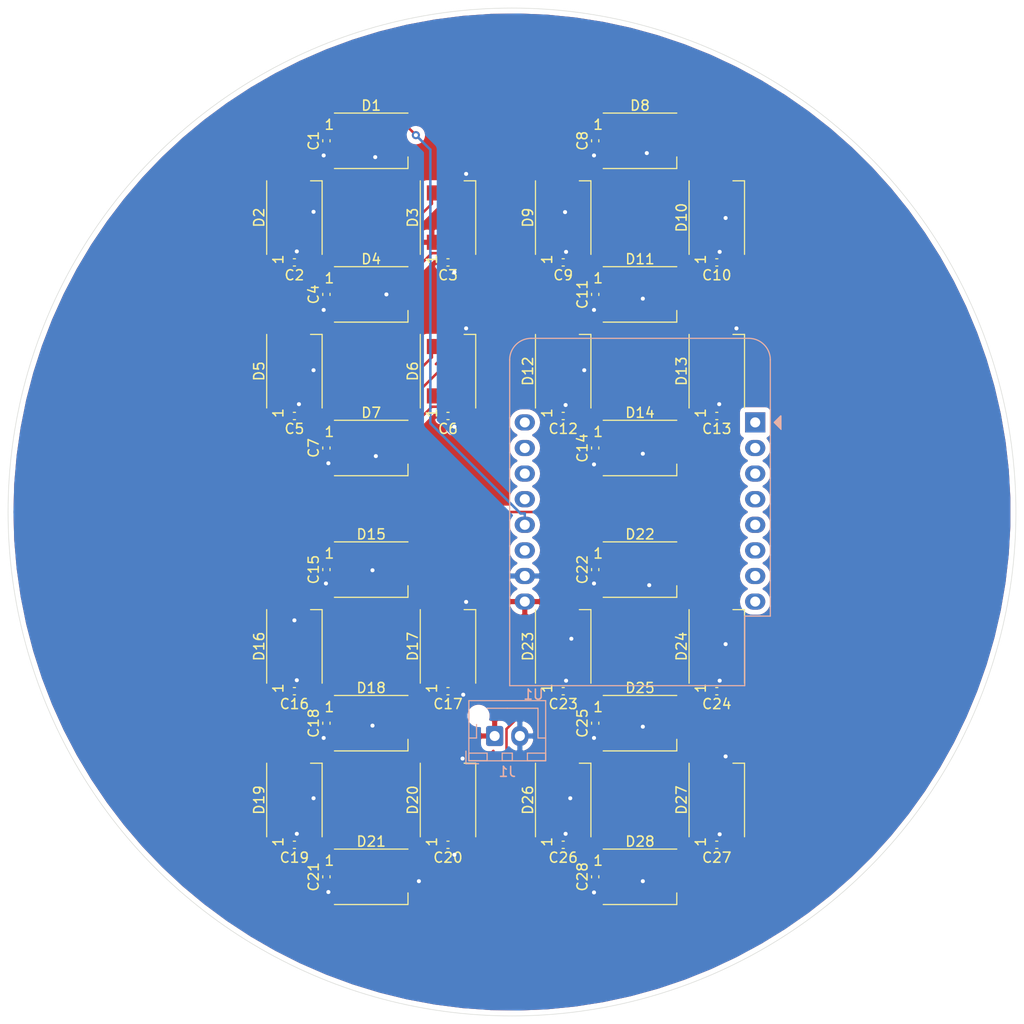
<source format=kicad_pcb>
(kicad_pcb (version 20171130) (host pcbnew 5.1.9)
  (layers (0 F.Cu signal) (31 B.Cu signal) (34 B.Paste user) (35 F.Paste user) (36 B.SilkS user) (37 F.SilkS user) (38 B.Mask user) (39 F.Mask user) (44 Edge.Cuts user))
  (net 0 "")
  (net 1 +5V)
  (net 2 /LED_Array/DIN)
  (net 3 GND)
  (net 4 "Net-(U1-Pad16)")
  (net 5 "Net-(U1-Pad15)")
  (net 6 "Net-(U1-Pad14)")
  (net 7 "Net-(U1-Pad13)")
  (net 8 "Net-(U1-Pad11)")
  (net 9 "Net-(U1-Pad8)")
  (net 10 "Net-(U1-Pad7)")
  (net 11 "Net-(U1-Pad6)")
  (net 12 "Net-(U1-Pad5)")
  (net 13 "Net-(U1-Pad4)")
  (net 14 "Net-(U1-Pad3)")
  (net 15 "Net-(U1-Pad1)")
  (net 16 "Net-(U1-Pad2)")
  (net 17 /LED_Array/DOUT)
  (net 18 /LED_Array/sheet607CAD2A/DIN)
  (net 19 /LED_Array/sheet607CB27B/DIN)
  (net 20 /LED_Array/sheet607CB803/DIN)
  (net 21 /LED_Array/Character/sheet607C81B4/DIN)
  (net 22 /LED_Array/Character/sheet607C88E5/DIN)
  (net 23 /LED_Array/Character/sheet607C8FE9/DIN)
  (net 24 /LED_Array/Character/sheet607C96E8/DIN)
  (net 25 /LED_Array/Character/sheet607C9E28/DIN)
  (net 26 /LED_Array/Character/sheet607CA522/DIN)
  (net 27 /LED_Array/sheet607CAD2A/sheet607C81B4/DIN)
  (net 28 /LED_Array/sheet607CAD2A/sheet607C88E5/DIN)
  (net 29 /LED_Array/sheet607CAD2A/sheet607C8FE9/DIN)
  (net 30 /LED_Array/sheet607CAD2A/sheet607C96E8/DIN)
  (net 31 /LED_Array/sheet607CAD2A/sheet607C9E28/DIN)
  (net 32 /LED_Array/sheet607CAD2A/sheet607CA522/DIN)
  (net 33 /LED_Array/sheet607CB27B/sheet607C81B4/DIN)
  (net 34 /LED_Array/sheet607CB27B/sheet607C88E5/DIN)
  (net 35 /LED_Array/sheet607CB27B/sheet607C8FE9/DIN)
  (net 36 /LED_Array/sheet607CB27B/sheet607C96E8/DIN)
  (net 37 /LED_Array/sheet607CB27B/sheet607C9E28/DIN)
  (net 38 /LED_Array/sheet607CB27B/sheet607CA522/DIN)
  (net 39 /LED_Array/sheet607CB803/sheet607C81B4/DIN)
  (net 40 /LED_Array/sheet607CB803/sheet607C88E5/DIN)
  (net 41 /LED_Array/sheet607CB803/sheet607C8FE9/DIN)
  (net 42 /LED_Array/sheet607CB803/sheet607C96E8/DIN)
  (net 43 /LED_Array/sheet607CB803/sheet607C9E28/DIN)
  (net 44 /LED_Array/sheet607CB803/sheet607CA522/DIN)
  (module LED_SMD:LED_WS2812B_PLCC4_5.0x5.0mm_P3.2mm (layer F.Cu) (at 187.21 106.435)
    (fp_text reference D28 (at 0 -3.5) (layer F.SilkS))
    (fp_text value WS2812B)
    (fp_text user 1 (at -4.15 -1.6) (layer F.SilkS))
    (pad 1 smd rect (at -2.45 -1.6) (size 1.5 1) (layers F.Cu F.Paste F.Mask) (net 1 +5V))
    (pad 2 smd rect (at -2.45 1.6) (size 1.5 1) (layers F.Cu F.Paste F.Mask) (net 17 /LED_Array/DOUT))
    (pad 4 smd rect (at 2.45 -1.6) (size 1.5 1) (layers F.Cu F.Paste F.Mask) (net 44 /LED_Array/sheet607CB803/sheet607CA522/DIN))
    (pad 3 smd rect (at 2.45 1.6) (size 1.5 1) (layers F.Cu F.Paste F.Mask) (net 3 GND))
  )
  (module LED_SMD:LED_WS2812B_PLCC4_5.0x5.0mm_P3.2mm (layer F.Cu) (at 194.83 98.815 90)
    (fp_text reference D27 (at 0 -3.5 90) (layer F.SilkS))
    (fp_text value WS2812B)
    (fp_text user 1 (at -4.15 -1.6 90) (layer F.SilkS))
    (pad 1 smd rect (at -2.45 -1.6 90) (size 1.5 1) (layers F.Cu F.Paste F.Mask) (net 1 +5V))
    (pad 2 smd rect (at -2.45 1.6 90) (size 1.5 1) (layers F.Cu F.Paste F.Mask) (net 44 /LED_Array/sheet607CB803/sheet607CA522/DIN))
    (pad 4 smd rect (at 2.45 -1.6 90) (size 1.5 1) (layers F.Cu F.Paste F.Mask) (net 43 /LED_Array/sheet607CB803/sheet607C9E28/DIN))
    (pad 3 smd rect (at 2.45 1.6 90) (size 1.5 1) (layers F.Cu F.Paste F.Mask) (net 3 GND))
  )
  (module LED_SMD:LED_WS2812B_PLCC4_5.0x5.0mm_P3.2mm (layer F.Cu) (at 179.59 98.815 90)
    (fp_text reference D26 (at 0 -3.5 90) (layer F.SilkS))
    (fp_text value WS2812B)
    (fp_text user 1 (at -4.15 -1.6 90) (layer F.SilkS))
    (pad 1 smd rect (at -2.45 -1.6 90) (size 1.5 1) (layers F.Cu F.Paste F.Mask) (net 1 +5V))
    (pad 2 smd rect (at -2.45 1.6 90) (size 1.5 1) (layers F.Cu F.Paste F.Mask) (net 43 /LED_Array/sheet607CB803/sheet607C9E28/DIN))
    (pad 4 smd rect (at 2.45 -1.6 90) (size 1.5 1) (layers F.Cu F.Paste F.Mask) (net 42 /LED_Array/sheet607CB803/sheet607C96E8/DIN))
    (pad 3 smd rect (at 2.45 1.6 90) (size 1.5 1) (layers F.Cu F.Paste F.Mask) (net 3 GND))
  )
  (module LED_SMD:LED_WS2812B_PLCC4_5.0x5.0mm_P3.2mm (layer F.Cu) (at 187.21 91.195)
    (fp_text reference D25 (at 0 -3.5) (layer F.SilkS))
    (fp_text value WS2812B)
    (fp_text user 1 (at -4.15 -1.6) (layer F.SilkS))
    (pad 1 smd rect (at -2.45 -1.6) (size 1.5 1) (layers F.Cu F.Paste F.Mask) (net 1 +5V))
    (pad 2 smd rect (at -2.45 1.6) (size 1.5 1) (layers F.Cu F.Paste F.Mask) (net 42 /LED_Array/sheet607CB803/sheet607C96E8/DIN))
    (pad 4 smd rect (at 2.45 -1.6) (size 1.5 1) (layers F.Cu F.Paste F.Mask) (net 41 /LED_Array/sheet607CB803/sheet607C8FE9/DIN))
    (pad 3 smd rect (at 2.45 1.6) (size 1.5 1) (layers F.Cu F.Paste F.Mask) (net 3 GND))
  )
  (module LED_SMD:LED_WS2812B_PLCC4_5.0x5.0mm_P3.2mm (layer F.Cu) (at 194.83 83.575 90)
    (fp_text reference D24 (at 0 -3.5 90) (layer F.SilkS))
    (fp_text value WS2812B)
    (fp_text user 1 (at -4.15 -1.6 90) (layer F.SilkS))
    (pad 1 smd rect (at -2.45 -1.6 90) (size 1.5 1) (layers F.Cu F.Paste F.Mask) (net 1 +5V))
    (pad 2 smd rect (at -2.45 1.6 90) (size 1.5 1) (layers F.Cu F.Paste F.Mask) (net 41 /LED_Array/sheet607CB803/sheet607C8FE9/DIN))
    (pad 4 smd rect (at 2.45 -1.6 90) (size 1.5 1) (layers F.Cu F.Paste F.Mask) (net 40 /LED_Array/sheet607CB803/sheet607C88E5/DIN))
    (pad 3 smd rect (at 2.45 1.6 90) (size 1.5 1) (layers F.Cu F.Paste F.Mask) (net 3 GND))
  )
  (module LED_SMD:LED_WS2812B_PLCC4_5.0x5.0mm_P3.2mm (layer F.Cu) (at 179.59 83.575 90)
    (fp_text reference D23 (at 0 -3.5 90) (layer F.SilkS))
    (fp_text value WS2812B)
    (fp_text user 1 (at -4.15 -1.6 90) (layer F.SilkS))
    (pad 1 smd rect (at -2.45 -1.6 90) (size 1.5 1) (layers F.Cu F.Paste F.Mask) (net 1 +5V))
    (pad 2 smd rect (at -2.45 1.6 90) (size 1.5 1) (layers F.Cu F.Paste F.Mask) (net 40 /LED_Array/sheet607CB803/sheet607C88E5/DIN))
    (pad 4 smd rect (at 2.45 -1.6 90) (size 1.5 1) (layers F.Cu F.Paste F.Mask) (net 39 /LED_Array/sheet607CB803/sheet607C81B4/DIN))
    (pad 3 smd rect (at 2.45 1.6 90) (size 1.5 1) (layers F.Cu F.Paste F.Mask) (net 3 GND))
  )
  (module LED_SMD:LED_WS2812B_PLCC4_5.0x5.0mm_P3.2mm (layer F.Cu) (at 187.21 75.955)
    (fp_text reference D22 (at 0 -3.5) (layer F.SilkS))
    (fp_text value WS2812B)
    (fp_text user 1 (at -4.15 -1.6) (layer F.SilkS))
    (pad 1 smd rect (at -2.45 -1.6) (size 1.5 1) (layers F.Cu F.Paste F.Mask) (net 1 +5V))
    (pad 2 smd rect (at -2.45 1.6) (size 1.5 1) (layers F.Cu F.Paste F.Mask) (net 39 /LED_Array/sheet607CB803/sheet607C81B4/DIN))
    (pad 4 smd rect (at 2.45 -1.6) (size 1.5 1) (layers F.Cu F.Paste F.Mask) (net 20 /LED_Array/sheet607CB803/DIN))
    (pad 3 smd rect (at 2.45 1.6) (size 1.5 1) (layers F.Cu F.Paste F.Mask) (net 3 GND))
  )
  (module LED_SMD:LED_WS2812B_PLCC4_5.0x5.0mm_P3.2mm (layer F.Cu) (at 160.54 106.435)
    (fp_text reference D21 (at 0 -3.5) (layer F.SilkS))
    (fp_text value WS2812B)
    (fp_text user 1 (at -4.15 -1.6) (layer F.SilkS))
    (pad 1 smd rect (at -2.45 -1.6) (size 1.5 1) (layers F.Cu F.Paste F.Mask) (net 1 +5V))
    (pad 2 smd rect (at -2.45 1.6) (size 1.5 1) (layers F.Cu F.Paste F.Mask) (net 20 /LED_Array/sheet607CB803/DIN))
    (pad 4 smd rect (at 2.45 -1.6) (size 1.5 1) (layers F.Cu F.Paste F.Mask) (net 38 /LED_Array/sheet607CB27B/sheet607CA522/DIN))
    (pad 3 smd rect (at 2.45 1.6) (size 1.5 1) (layers F.Cu F.Paste F.Mask) (net 3 GND))
  )
  (module LED_SMD:LED_WS2812B_PLCC4_5.0x5.0mm_P3.2mm (layer F.Cu) (at 168.16 98.815 90)
    (fp_text reference D20 (at 0 -3.5 90) (layer F.SilkS))
    (fp_text value WS2812B)
    (fp_text user 1 (at -4.15 -1.6 90) (layer F.SilkS))
    (pad 1 smd rect (at -2.45 -1.6 90) (size 1.5 1) (layers F.Cu F.Paste F.Mask) (net 1 +5V))
    (pad 2 smd rect (at -2.45 1.6 90) (size 1.5 1) (layers F.Cu F.Paste F.Mask) (net 38 /LED_Array/sheet607CB27B/sheet607CA522/DIN))
    (pad 4 smd rect (at 2.45 -1.6 90) (size 1.5 1) (layers F.Cu F.Paste F.Mask) (net 37 /LED_Array/sheet607CB27B/sheet607C9E28/DIN))
    (pad 3 smd rect (at 2.45 1.6 90) (size 1.5 1) (layers F.Cu F.Paste F.Mask) (net 3 GND))
  )
  (module LED_SMD:LED_WS2812B_PLCC4_5.0x5.0mm_P3.2mm (layer F.Cu) (at 152.92 98.815 90)
    (fp_text reference D19 (at 0 -3.5 90) (layer F.SilkS))
    (fp_text value WS2812B)
    (fp_text user 1 (at -4.15 -1.6 90) (layer F.SilkS))
    (pad 1 smd rect (at -2.45 -1.6 90) (size 1.5 1) (layers F.Cu F.Paste F.Mask) (net 1 +5V))
    (pad 2 smd rect (at -2.45 1.6 90) (size 1.5 1) (layers F.Cu F.Paste F.Mask) (net 37 /LED_Array/sheet607CB27B/sheet607C9E28/DIN))
    (pad 4 smd rect (at 2.45 -1.6 90) (size 1.5 1) (layers F.Cu F.Paste F.Mask) (net 36 /LED_Array/sheet607CB27B/sheet607C96E8/DIN))
    (pad 3 smd rect (at 2.45 1.6 90) (size 1.5 1) (layers F.Cu F.Paste F.Mask) (net 3 GND))
  )
  (module LED_SMD:LED_WS2812B_PLCC4_5.0x5.0mm_P3.2mm (layer F.Cu) (at 160.54 91.195)
    (fp_text reference D18 (at 0 -3.5) (layer F.SilkS))
    (fp_text value WS2812B)
    (fp_text user 1 (at -4.15 -1.6) (layer F.SilkS))
    (pad 1 smd rect (at -2.45 -1.6) (size 1.5 1) (layers F.Cu F.Paste F.Mask) (net 1 +5V))
    (pad 2 smd rect (at -2.45 1.6) (size 1.5 1) (layers F.Cu F.Paste F.Mask) (net 36 /LED_Array/sheet607CB27B/sheet607C96E8/DIN))
    (pad 4 smd rect (at 2.45 -1.6) (size 1.5 1) (layers F.Cu F.Paste F.Mask) (net 35 /LED_Array/sheet607CB27B/sheet607C8FE9/DIN))
    (pad 3 smd rect (at 2.45 1.6) (size 1.5 1) (layers F.Cu F.Paste F.Mask) (net 3 GND))
  )
  (module LED_SMD:LED_WS2812B_PLCC4_5.0x5.0mm_P3.2mm (layer F.Cu) (at 168.16 83.575 90)
    (fp_text reference D17 (at 0 -3.5 90) (layer F.SilkS))
    (fp_text value WS2812B)
    (fp_text user 1 (at -4.15 -1.6 90) (layer F.SilkS))
    (pad 1 smd rect (at -2.45 -1.6 90) (size 1.5 1) (layers F.Cu F.Paste F.Mask) (net 1 +5V))
    (pad 2 smd rect (at -2.45 1.6 90) (size 1.5 1) (layers F.Cu F.Paste F.Mask) (net 35 /LED_Array/sheet607CB27B/sheet607C8FE9/DIN))
    (pad 4 smd rect (at 2.45 -1.6 90) (size 1.5 1) (layers F.Cu F.Paste F.Mask) (net 34 /LED_Array/sheet607CB27B/sheet607C88E5/DIN))
    (pad 3 smd rect (at 2.45 1.6 90) (size 1.5 1) (layers F.Cu F.Paste F.Mask) (net 3 GND))
  )
  (module LED_SMD:LED_WS2812B_PLCC4_5.0x5.0mm_P3.2mm (layer F.Cu) (at 152.92 83.575 90)
    (fp_text reference D16 (at 0 -3.5 90) (layer F.SilkS))
    (fp_text value WS2812B)
    (fp_text user 1 (at -4.15 -1.6 90) (layer F.SilkS))
    (pad 1 smd rect (at -2.45 -1.6 90) (size 1.5 1) (layers F.Cu F.Paste F.Mask) (net 1 +5V))
    (pad 2 smd rect (at -2.45 1.6 90) (size 1.5 1) (layers F.Cu F.Paste F.Mask) (net 34 /LED_Array/sheet607CB27B/sheet607C88E5/DIN))
    (pad 4 smd rect (at 2.45 -1.6 90) (size 1.5 1) (layers F.Cu F.Paste F.Mask) (net 33 /LED_Array/sheet607CB27B/sheet607C81B4/DIN))
    (pad 3 smd rect (at 2.45 1.6 90) (size 1.5 1) (layers F.Cu F.Paste F.Mask) (net 3 GND))
  )
  (module LED_SMD:LED_WS2812B_PLCC4_5.0x5.0mm_P3.2mm (layer F.Cu) (at 160.54 75.955)
    (fp_text reference D15 (at 0 -3.5) (layer F.SilkS))
    (fp_text value WS2812B)
    (fp_text user 1 (at -4.15 -1.6) (layer F.SilkS))
    (pad 1 smd rect (at -2.45 -1.6) (size 1.5 1) (layers F.Cu F.Paste F.Mask) (net 1 +5V))
    (pad 2 smd rect (at -2.45 1.6) (size 1.5 1) (layers F.Cu F.Paste F.Mask) (net 33 /LED_Array/sheet607CB27B/sheet607C81B4/DIN))
    (pad 4 smd rect (at 2.45 -1.6) (size 1.5 1) (layers F.Cu F.Paste F.Mask) (net 19 /LED_Array/sheet607CB27B/DIN))
    (pad 3 smd rect (at 2.45 1.6) (size 1.5 1) (layers F.Cu F.Paste F.Mask) (net 3 GND))
  )
  (module LED_SMD:LED_WS2812B_PLCC4_5.0x5.0mm_P3.2mm (layer F.Cu) (at 187.21 63.89)
    (fp_text reference D14 (at 0 -3.5) (layer F.SilkS))
    (fp_text value WS2812B)
    (fp_text user 1 (at -4.15 -1.6) (layer F.SilkS))
    (pad 1 smd rect (at -2.45 -1.6) (size 1.5 1) (layers F.Cu F.Paste F.Mask) (net 1 +5V))
    (pad 2 smd rect (at -2.45 1.6) (size 1.5 1) (layers F.Cu F.Paste F.Mask) (net 19 /LED_Array/sheet607CB27B/DIN))
    (pad 4 smd rect (at 2.45 -1.6) (size 1.5 1) (layers F.Cu F.Paste F.Mask) (net 32 /LED_Array/sheet607CAD2A/sheet607CA522/DIN))
    (pad 3 smd rect (at 2.45 1.6) (size 1.5 1) (layers F.Cu F.Paste F.Mask) (net 3 GND))
  )
  (module LED_SMD:LED_WS2812B_PLCC4_5.0x5.0mm_P3.2mm (layer F.Cu) (at 194.83 56.27 90)
    (fp_text reference D13 (at 0 -3.5 90) (layer F.SilkS))
    (fp_text value WS2812B)
    (fp_text user 1 (at -4.15 -1.6 90) (layer F.SilkS))
    (pad 1 smd rect (at -2.45 -1.6 90) (size 1.5 1) (layers F.Cu F.Paste F.Mask) (net 1 +5V))
    (pad 2 smd rect (at -2.45 1.6 90) (size 1.5 1) (layers F.Cu F.Paste F.Mask) (net 32 /LED_Array/sheet607CAD2A/sheet607CA522/DIN))
    (pad 4 smd rect (at 2.45 -1.6 90) (size 1.5 1) (layers F.Cu F.Paste F.Mask) (net 31 /LED_Array/sheet607CAD2A/sheet607C9E28/DIN))
    (pad 3 smd rect (at 2.45 1.6 90) (size 1.5 1) (layers F.Cu F.Paste F.Mask) (net 3 GND))
  )
  (module LED_SMD:LED_WS2812B_PLCC4_5.0x5.0mm_P3.2mm (layer F.Cu) (at 179.59 56.27 90)
    (fp_text reference D12 (at 0 -3.5 90) (layer F.SilkS))
    (fp_text value WS2812B)
    (fp_text user 1 (at -4.15 -1.6 90) (layer F.SilkS))
    (pad 1 smd rect (at -2.45 -1.6 90) (size 1.5 1) (layers F.Cu F.Paste F.Mask) (net 1 +5V))
    (pad 2 smd rect (at -2.45 1.6 90) (size 1.5 1) (layers F.Cu F.Paste F.Mask) (net 31 /LED_Array/sheet607CAD2A/sheet607C9E28/DIN))
    (pad 4 smd rect (at 2.45 -1.6 90) (size 1.5 1) (layers F.Cu F.Paste F.Mask) (net 30 /LED_Array/sheet607CAD2A/sheet607C96E8/DIN))
    (pad 3 smd rect (at 2.45 1.6 90) (size 1.5 1) (layers F.Cu F.Paste F.Mask) (net 3 GND))
  )
  (module LED_SMD:LED_WS2812B_PLCC4_5.0x5.0mm_P3.2mm (layer F.Cu) (at 187.21 48.65)
    (fp_text reference D11 (at 0 -3.5) (layer F.SilkS))
    (fp_text value WS2812B)
    (fp_text user 1 (at -4.15 -1.6) (layer F.SilkS))
    (pad 1 smd rect (at -2.45 -1.6) (size 1.5 1) (layers F.Cu F.Paste F.Mask) (net 1 +5V))
    (pad 2 smd rect (at -2.45 1.6) (size 1.5 1) (layers F.Cu F.Paste F.Mask) (net 30 /LED_Array/sheet607CAD2A/sheet607C96E8/DIN))
    (pad 4 smd rect (at 2.45 -1.6) (size 1.5 1) (layers F.Cu F.Paste F.Mask) (net 29 /LED_Array/sheet607CAD2A/sheet607C8FE9/DIN))
    (pad 3 smd rect (at 2.45 1.6) (size 1.5 1) (layers F.Cu F.Paste F.Mask) (net 3 GND))
  )
  (module LED_SMD:LED_WS2812B_PLCC4_5.0x5.0mm_P3.2mm (layer F.Cu) (at 194.83 41.03 90)
    (fp_text reference D10 (at 0 -3.5 90) (layer F.SilkS))
    (fp_text value WS2812B)
    (fp_text user 1 (at -4.15 -1.6 90) (layer F.SilkS))
    (pad 1 smd rect (at -2.45 -1.6 90) (size 1.5 1) (layers F.Cu F.Paste F.Mask) (net 1 +5V))
    (pad 2 smd rect (at -2.45 1.6 90) (size 1.5 1) (layers F.Cu F.Paste F.Mask) (net 29 /LED_Array/sheet607CAD2A/sheet607C8FE9/DIN))
    (pad 4 smd rect (at 2.45 -1.6 90) (size 1.5 1) (layers F.Cu F.Paste F.Mask) (net 28 /LED_Array/sheet607CAD2A/sheet607C88E5/DIN))
    (pad 3 smd rect (at 2.45 1.6 90) (size 1.5 1) (layers F.Cu F.Paste F.Mask) (net 3 GND))
  )
  (module LED_SMD:LED_WS2812B_PLCC4_5.0x5.0mm_P3.2mm (layer F.Cu) (at 179.59 41.03 90)
    (fp_text reference D9 (at 0 -3.5 90) (layer F.SilkS))
    (fp_text value WS2812B)
    (fp_text user 1 (at -4.15 -1.6 90) (layer F.SilkS))
    (pad 1 smd rect (at -2.45 -1.6 90) (size 1.5 1) (layers F.Cu F.Paste F.Mask) (net 1 +5V))
    (pad 2 smd rect (at -2.45 1.6 90) (size 1.5 1) (layers F.Cu F.Paste F.Mask) (net 28 /LED_Array/sheet607CAD2A/sheet607C88E5/DIN))
    (pad 4 smd rect (at 2.45 -1.6 90) (size 1.5 1) (layers F.Cu F.Paste F.Mask) (net 27 /LED_Array/sheet607CAD2A/sheet607C81B4/DIN))
    (pad 3 smd rect (at 2.45 1.6 90) (size 1.5 1) (layers F.Cu F.Paste F.Mask) (net 3 GND))
  )
  (module LED_SMD:LED_WS2812B_PLCC4_5.0x5.0mm_P3.2mm (layer F.Cu) (at 187.21 33.41)
    (fp_text reference D8 (at 0 -3.5) (layer F.SilkS))
    (fp_text value WS2812B)
    (fp_text user 1 (at -4.15 -1.6) (layer F.SilkS))
    (pad 1 smd rect (at -2.45 -1.6) (size 1.5 1) (layers F.Cu F.Paste F.Mask) (net 1 +5V))
    (pad 2 smd rect (at -2.45 1.6) (size 1.5 1) (layers F.Cu F.Paste F.Mask) (net 27 /LED_Array/sheet607CAD2A/sheet607C81B4/DIN))
    (pad 4 smd rect (at 2.45 -1.6) (size 1.5 1) (layers F.Cu F.Paste F.Mask) (net 18 /LED_Array/sheet607CAD2A/DIN))
    (pad 3 smd rect (at 2.45 1.6) (size 1.5 1) (layers F.Cu F.Paste F.Mask) (net 3 GND))
  )
  (module LED_SMD:LED_WS2812B_PLCC4_5.0x5.0mm_P3.2mm (layer F.Cu) (at 160.54 63.89)
    (fp_text reference D7 (at 0 -3.5) (layer F.SilkS))
    (fp_text value WS2812B)
    (fp_text user 1 (at -4.15 -1.6) (layer F.SilkS))
    (pad 1 smd rect (at -2.45 -1.6) (size 1.5 1) (layers F.Cu F.Paste F.Mask) (net 1 +5V))
    (pad 2 smd rect (at -2.45 1.6) (size 1.5 1) (layers F.Cu F.Paste F.Mask) (net 18 /LED_Array/sheet607CAD2A/DIN))
    (pad 4 smd rect (at 2.45 -1.6) (size 1.5 1) (layers F.Cu F.Paste F.Mask) (net 26 /LED_Array/Character/sheet607CA522/DIN))
    (pad 3 smd rect (at 2.45 1.6) (size 1.5 1) (layers F.Cu F.Paste F.Mask) (net 3 GND))
  )
  (module LED_SMD:LED_WS2812B_PLCC4_5.0x5.0mm_P3.2mm (layer F.Cu) (at 168.16 56.27 90)
    (fp_text reference D6 (at 0 -3.5 90) (layer F.SilkS))
    (fp_text value WS2812B)
    (fp_text user 1 (at -4.15 -1.6 90) (layer F.SilkS))
    (pad 1 smd rect (at -2.45 -1.6 90) (size 1.5 1) (layers F.Cu F.Paste F.Mask) (net 1 +5V))
    (pad 2 smd rect (at -2.45 1.6 90) (size 1.5 1) (layers F.Cu F.Paste F.Mask) (net 26 /LED_Array/Character/sheet607CA522/DIN))
    (pad 4 smd rect (at 2.45 -1.6 90) (size 1.5 1) (layers F.Cu F.Paste F.Mask) (net 25 /LED_Array/Character/sheet607C9E28/DIN))
    (pad 3 smd rect (at 2.45 1.6 90) (size 1.5 1) (layers F.Cu F.Paste F.Mask) (net 3 GND))
  )
  (module LED_SMD:LED_WS2812B_PLCC4_5.0x5.0mm_P3.2mm (layer F.Cu) (at 152.92 56.27 90)
    (fp_text reference D5 (at 0 -3.5 90) (layer F.SilkS))
    (fp_text value WS2812B)
    (fp_text user 1 (at -4.15 -1.6 90) (layer F.SilkS))
    (pad 1 smd rect (at -2.45 -1.6 90) (size 1.5 1) (layers F.Cu F.Paste F.Mask) (net 1 +5V))
    (pad 2 smd rect (at -2.45 1.6 90) (size 1.5 1) (layers F.Cu F.Paste F.Mask) (net 25 /LED_Array/Character/sheet607C9E28/DIN))
    (pad 4 smd rect (at 2.45 -1.6 90) (size 1.5 1) (layers F.Cu F.Paste F.Mask) (net 24 /LED_Array/Character/sheet607C96E8/DIN))
    (pad 3 smd rect (at 2.45 1.6 90) (size 1.5 1) (layers F.Cu F.Paste F.Mask) (net 3 GND))
  )
  (module LED_SMD:LED_WS2812B_PLCC4_5.0x5.0mm_P3.2mm (layer F.Cu) (at 160.54 48.65)
    (fp_text reference D4 (at 0 -3.5) (layer F.SilkS))
    (fp_text value WS2812B)
    (fp_text user 1 (at -4.15 -1.6) (layer F.SilkS))
    (pad 1 smd rect (at -2.45 -1.6) (size 1.5 1) (layers F.Cu F.Paste F.Mask) (net 1 +5V))
    (pad 2 smd rect (at -2.45 1.6) (size 1.5 1) (layers F.Cu F.Paste F.Mask) (net 24 /LED_Array/Character/sheet607C96E8/DIN))
    (pad 4 smd rect (at 2.45 -1.6) (size 1.5 1) (layers F.Cu F.Paste F.Mask) (net 23 /LED_Array/Character/sheet607C8FE9/DIN))
    (pad 3 smd rect (at 2.45 1.6) (size 1.5 1) (layers F.Cu F.Paste F.Mask) (net 3 GND))
  )
  (module LED_SMD:LED_WS2812B_PLCC4_5.0x5.0mm_P3.2mm (layer F.Cu) (at 168.16 41.03 90)
    (fp_text reference D3 (at 0 -3.5 90) (layer F.SilkS))
    (fp_text value WS2812B)
    (fp_text user 1 (at -4.15 -1.6 90) (layer F.SilkS))
    (pad 1 smd rect (at -2.45 -1.6 90) (size 1.5 1) (layers F.Cu F.Paste F.Mask) (net 1 +5V))
    (pad 2 smd rect (at -2.45 1.6 90) (size 1.5 1) (layers F.Cu F.Paste F.Mask) (net 23 /LED_Array/Character/sheet607C8FE9/DIN))
    (pad 4 smd rect (at 2.45 -1.6 90) (size 1.5 1) (layers F.Cu F.Paste F.Mask) (net 22 /LED_Array/Character/sheet607C88E5/DIN))
    (pad 3 smd rect (at 2.45 1.6 90) (size 1.5 1) (layers F.Cu F.Paste F.Mask) (net 3 GND))
  )
  (module LED_SMD:LED_WS2812B_PLCC4_5.0x5.0mm_P3.2mm (layer F.Cu) (at 152.92 41.03 90)
    (fp_text reference D2 (at 0 -3.5 90) (layer F.SilkS))
    (fp_text value WS2812B)
    (fp_text user 1 (at -4.15 -1.6 90) (layer F.SilkS))
    (pad 1 smd rect (at -2.45 -1.6 90) (size 1.5 1) (layers F.Cu F.Paste F.Mask) (net 1 +5V))
    (pad 2 smd rect (at -2.45 1.6 90) (size 1.5 1) (layers F.Cu F.Paste F.Mask) (net 22 /LED_Array/Character/sheet607C88E5/DIN))
    (pad 4 smd rect (at 2.45 -1.6 90) (size 1.5 1) (layers F.Cu F.Paste F.Mask) (net 21 /LED_Array/Character/sheet607C81B4/DIN))
    (pad 3 smd rect (at 2.45 1.6 90) (size 1.5 1) (layers F.Cu F.Paste F.Mask) (net 3 GND))
  )
  (module LED_SMD:LED_WS2812B_PLCC4_5.0x5.0mm_P3.2mm (layer F.Cu) (at 160.54 33.41)
    (fp_text reference D1 (at 0 -3.5) (layer F.SilkS))
    (fp_text value WS2812B)
    (fp_text user 1 (at -4.15 -1.6) (layer F.SilkS))
    (pad 1 smd rect (at -2.45 -1.6) (size 1.5 1) (layers F.Cu F.Paste F.Mask) (net 1 +5V))
    (pad 2 smd rect (at -2.45 1.6) (size 1.5 1) (layers F.Cu F.Paste F.Mask) (net 21 /LED_Array/Character/sheet607C81B4/DIN))
    (pad 4 smd rect (at 2.45 -1.6) (size 1.5 1) (layers F.Cu F.Paste F.Mask) (net 2 /LED_Array/DIN))
    (pad 3 smd rect (at 2.45 1.6) (size 1.5 1) (layers F.Cu F.Paste F.Mask) (net 3 GND))
  )
  (module Capacitor_SMD:C_0402_1005Metric (layer F.Cu) (at 182.765 106.435 270)
    (fp_text reference C28 (at 0 1.27 90) (layer F.SilkS))
    (fp_text value C)
    (pad 2 smd roundrect (at 0.48 0 270) (size 0.56 0.62) (layers F.Cu F.Paste F.Mask) (net 3 GND))
    (pad 1 smd roundrect (at -0.48 0 270) (size 0.56 0.62) (layers F.Cu F.Paste F.Mask) (net 1 +5V))
  )
  (module Capacitor_SMD:C_0402_1005Metric (layer F.Cu) (at 194.83 103.26)
    (fp_text reference C27 (at 0 1.27 180) (layer F.SilkS))
    (fp_text value C)
    (pad 2 smd roundrect (at 0.48 0) (size 0.56 0.62) (layers F.Cu F.Paste F.Mask) (net 3 GND))
    (pad 1 smd roundrect (at -0.48 0) (size 0.56 0.62) (layers F.Cu F.Paste F.Mask) (net 1 +5V))
  )
  (module Capacitor_SMD:C_0402_1005Metric (layer F.Cu) (at 179.59 103.26)
    (fp_text reference C26 (at 0 1.27 180) (layer F.SilkS))
    (fp_text value C)
    (pad 2 smd roundrect (at 0.48 0) (size 0.56 0.62) (layers F.Cu F.Paste F.Mask) (net 3 GND))
    (pad 1 smd roundrect (at -0.48 0) (size 0.56 0.62) (layers F.Cu F.Paste F.Mask) (net 1 +5V))
  )
  (module Capacitor_SMD:C_0402_1005Metric (layer F.Cu) (at 182.765 91.195 270)
    (fp_text reference C25 (at 0 1.27 90) (layer F.SilkS))
    (fp_text value C)
    (pad 2 smd roundrect (at 0.48 0 270) (size 0.56 0.62) (layers F.Cu F.Paste F.Mask) (net 3 GND))
    (pad 1 smd roundrect (at -0.48 0 270) (size 0.56 0.62) (layers F.Cu F.Paste F.Mask) (net 1 +5V))
  )
  (module Capacitor_SMD:C_0402_1005Metric (layer F.Cu) (at 194.83 88.02)
    (fp_text reference C24 (at 0 1.27 180) (layer F.SilkS))
    (fp_text value C)
    (pad 2 smd roundrect (at 0.48 0) (size 0.56 0.62) (layers F.Cu F.Paste F.Mask) (net 3 GND))
    (pad 1 smd roundrect (at -0.48 0) (size 0.56 0.62) (layers F.Cu F.Paste F.Mask) (net 1 +5V))
  )
  (module Capacitor_SMD:C_0402_1005Metric (layer F.Cu) (at 179.59 88.02)
    (fp_text reference C23 (at 0 1.27 180) (layer F.SilkS))
    (fp_text value C)
    (pad 2 smd roundrect (at 0.48 0) (size 0.56 0.62) (layers F.Cu F.Paste F.Mask) (net 3 GND))
    (pad 1 smd roundrect (at -0.48 0) (size 0.56 0.62) (layers F.Cu F.Paste F.Mask) (net 1 +5V))
  )
  (module Capacitor_SMD:C_0402_1005Metric (layer F.Cu) (at 182.765 75.955 270)
    (fp_text reference C22 (at 0 1.27 90) (layer F.SilkS))
    (fp_text value C)
    (pad 2 smd roundrect (at 0.48 0 270) (size 0.56 0.62) (layers F.Cu F.Paste F.Mask) (net 3 GND))
    (pad 1 smd roundrect (at -0.48 0 270) (size 0.56 0.62) (layers F.Cu F.Paste F.Mask) (net 1 +5V))
  )
  (module Capacitor_SMD:C_0402_1005Metric (layer F.Cu) (at 156.095 106.435 270)
    (fp_text reference C21 (at 0 1.27 90) (layer F.SilkS))
    (fp_text value C)
    (pad 2 smd roundrect (at 0.48 0 270) (size 0.56 0.62) (layers F.Cu F.Paste F.Mask) (net 3 GND))
    (pad 1 smd roundrect (at -0.48 0 270) (size 0.56 0.62) (layers F.Cu F.Paste F.Mask) (net 1 +5V))
  )
  (module Capacitor_SMD:C_0402_1005Metric (layer F.Cu) (at 168.16 103.26)
    (fp_text reference C20 (at 0 1.27 180) (layer F.SilkS))
    (fp_text value C)
    (pad 2 smd roundrect (at 0.48 0) (size 0.56 0.62) (layers F.Cu F.Paste F.Mask) (net 3 GND))
    (pad 1 smd roundrect (at -0.48 0) (size 0.56 0.62) (layers F.Cu F.Paste F.Mask) (net 1 +5V))
  )
  (module Capacitor_SMD:C_0402_1005Metric (layer F.Cu) (at 152.92 103.26)
    (fp_text reference C19 (at 0 1.27 180) (layer F.SilkS))
    (fp_text value C)
    (pad 2 smd roundrect (at 0.48 0) (size 0.56 0.62) (layers F.Cu F.Paste F.Mask) (net 3 GND))
    (pad 1 smd roundrect (at -0.48 0) (size 0.56 0.62) (layers F.Cu F.Paste F.Mask) (net 1 +5V))
  )
  (module Capacitor_SMD:C_0402_1005Metric (layer F.Cu) (at 156.095 91.195 270)
    (fp_text reference C18 (at 0 1.27 90) (layer F.SilkS))
    (fp_text value C)
    (pad 2 smd roundrect (at 0.48 0 270) (size 0.56 0.62) (layers F.Cu F.Paste F.Mask) (net 3 GND))
    (pad 1 smd roundrect (at -0.48 0 270) (size 0.56 0.62) (layers F.Cu F.Paste F.Mask) (net 1 +5V))
  )
  (module Capacitor_SMD:C_0402_1005Metric (layer F.Cu) (at 168.16 88.02)
    (fp_text reference C17 (at 0 1.27 180) (layer F.SilkS))
    (fp_text value C)
    (pad 2 smd roundrect (at 0.48 0) (size 0.56 0.62) (layers F.Cu F.Paste F.Mask) (net 3 GND))
    (pad 1 smd roundrect (at -0.48 0) (size 0.56 0.62) (layers F.Cu F.Paste F.Mask) (net 1 +5V))
  )
  (module Capacitor_SMD:C_0402_1005Metric (layer F.Cu) (at 152.92 88.02)
    (fp_text reference C16 (at 0 1.27 180) (layer F.SilkS))
    (fp_text value C)
    (pad 2 smd roundrect (at 0.48 0) (size 0.56 0.62) (layers F.Cu F.Paste F.Mask) (net 3 GND))
    (pad 1 smd roundrect (at -0.48 0) (size 0.56 0.62) (layers F.Cu F.Paste F.Mask) (net 1 +5V))
  )
  (module Capacitor_SMD:C_0402_1005Metric (layer F.Cu) (at 156.095 75.955 270)
    (fp_text reference C15 (at 0 1.27 90) (layer F.SilkS))
    (fp_text value C)
    (pad 2 smd roundrect (at 0.48 0 270) (size 0.56 0.62) (layers F.Cu F.Paste F.Mask) (net 3 GND))
    (pad 1 smd roundrect (at -0.48 0 270) (size 0.56 0.62) (layers F.Cu F.Paste F.Mask) (net 1 +5V))
  )
  (module Capacitor_SMD:C_0402_1005Metric (layer F.Cu) (at 182.765 63.89 270)
    (fp_text reference C14 (at 0 1.27 90) (layer F.SilkS))
    (fp_text value C)
    (pad 2 smd roundrect (at 0.48 0 270) (size 0.56 0.62) (layers F.Cu F.Paste F.Mask) (net 3 GND))
    (pad 1 smd roundrect (at -0.48 0 270) (size 0.56 0.62) (layers F.Cu F.Paste F.Mask) (net 1 +5V))
  )
  (module Capacitor_SMD:C_0402_1005Metric (layer F.Cu) (at 194.83 60.715)
    (fp_text reference C13 (at 0 1.27 180) (layer F.SilkS))
    (fp_text value C)
    (pad 2 smd roundrect (at 0.48 0) (size 0.56 0.62) (layers F.Cu F.Paste F.Mask) (net 3 GND))
    (pad 1 smd roundrect (at -0.48 0) (size 0.56 0.62) (layers F.Cu F.Paste F.Mask) (net 1 +5V))
  )
  (module Capacitor_SMD:C_0402_1005Metric (layer F.Cu) (at 179.59 60.715)
    (fp_text reference C12 (at 0 1.27 180) (layer F.SilkS))
    (fp_text value C)
    (pad 2 smd roundrect (at 0.48 0) (size 0.56 0.62) (layers F.Cu F.Paste F.Mask) (net 3 GND))
    (pad 1 smd roundrect (at -0.48 0) (size 0.56 0.62) (layers F.Cu F.Paste F.Mask) (net 1 +5V))
  )
  (module Capacitor_SMD:C_0402_1005Metric (layer F.Cu) (at 182.765 48.65 270)
    (fp_text reference C11 (at 0 1.27 90) (layer F.SilkS))
    (fp_text value C)
    (pad 2 smd roundrect (at 0.48 0 270) (size 0.56 0.62) (layers F.Cu F.Paste F.Mask) (net 3 GND))
    (pad 1 smd roundrect (at -0.48 0 270) (size 0.56 0.62) (layers F.Cu F.Paste F.Mask) (net 1 +5V))
  )
  (module Capacitor_SMD:C_0402_1005Metric (layer F.Cu) (at 194.83 45.475)
    (fp_text reference C10 (at 0 1.27 180) (layer F.SilkS))
    (fp_text value C)
    (pad 2 smd roundrect (at 0.48 0) (size 0.56 0.62) (layers F.Cu F.Paste F.Mask) (net 3 GND))
    (pad 1 smd roundrect (at -0.48 0) (size 0.56 0.62) (layers F.Cu F.Paste F.Mask) (net 1 +5V))
  )
  (module Capacitor_SMD:C_0402_1005Metric (layer F.Cu) (at 179.59 45.475)
    (fp_text reference C9 (at 0 1.27 180) (layer F.SilkS))
    (fp_text value C)
    (pad 2 smd roundrect (at 0.48 0) (size 0.56 0.62) (layers F.Cu F.Paste F.Mask) (net 3 GND))
    (pad 1 smd roundrect (at -0.48 0) (size 0.56 0.62) (layers F.Cu F.Paste F.Mask) (net 1 +5V))
  )
  (module Capacitor_SMD:C_0402_1005Metric (layer F.Cu) (at 182.765 33.41 270)
    (fp_text reference C8 (at 0 1.27 90) (layer F.SilkS))
    (fp_text value C)
    (pad 2 smd roundrect (at 0.48 0 270) (size 0.56 0.62) (layers F.Cu F.Paste F.Mask) (net 3 GND))
    (pad 1 smd roundrect (at -0.48 0 270) (size 0.56 0.62) (layers F.Cu F.Paste F.Mask) (net 1 +5V))
  )
  (module Capacitor_SMD:C_0402_1005Metric (layer F.Cu) (at 156.095 63.89 270)
    (fp_text reference C7 (at 0 1.27 90) (layer F.SilkS))
    (fp_text value C)
    (pad 2 smd roundrect (at 0.48 0 270) (size 0.56 0.62) (layers F.Cu F.Paste F.Mask) (net 3 GND))
    (pad 1 smd roundrect (at -0.48 0 270) (size 0.56 0.62) (layers F.Cu F.Paste F.Mask) (net 1 +5V))
  )
  (module Capacitor_SMD:C_0402_1005Metric (layer F.Cu) (at 168.16 60.715)
    (fp_text reference C6 (at 0 1.27 180) (layer F.SilkS))
    (fp_text value C)
    (pad 2 smd roundrect (at 0.48 0) (size 0.56 0.62) (layers F.Cu F.Paste F.Mask) (net 3 GND))
    (pad 1 smd roundrect (at -0.48 0) (size 0.56 0.62) (layers F.Cu F.Paste F.Mask) (net 1 +5V))
  )
  (module Capacitor_SMD:C_0402_1005Metric (layer F.Cu) (at 152.92 60.715)
    (fp_text reference C5 (at 0 1.27 180) (layer F.SilkS))
    (fp_text value C)
    (pad 2 smd roundrect (at 0.48 0) (size 0.56 0.62) (layers F.Cu F.Paste F.Mask) (net 3 GND))
    (pad 1 smd roundrect (at -0.48 0) (size 0.56 0.62) (layers F.Cu F.Paste F.Mask) (net 1 +5V))
  )
  (module Capacitor_SMD:C_0402_1005Metric (layer F.Cu) (at 156.095 48.65 270)
    (fp_text reference C4 (at 0 1.27 90) (layer F.SilkS))
    (fp_text value C)
    (pad 2 smd roundrect (at 0.48 0 270) (size 0.56 0.62) (layers F.Cu F.Paste F.Mask) (net 3 GND))
    (pad 1 smd roundrect (at -0.48 0 270) (size 0.56 0.62) (layers F.Cu F.Paste F.Mask) (net 1 +5V))
  )
  (module Capacitor_SMD:C_0402_1005Metric (layer F.Cu) (at 168.16 45.475)
    (fp_text reference C3 (at 0 1.27 180) (layer F.SilkS))
    (fp_text value C)
    (pad 2 smd roundrect (at 0.48 0) (size 0.56 0.62) (layers F.Cu F.Paste F.Mask) (net 3 GND))
    (pad 1 smd roundrect (at -0.48 0) (size 0.56 0.62) (layers F.Cu F.Paste F.Mask) (net 1 +5V))
  )
  (module Capacitor_SMD:C_0402_1005Metric (layer F.Cu) (at 152.92 45.475)
    (fp_text reference C2 (at 0 1.27 180) (layer F.SilkS))
    (fp_text value C)
    (pad 2 smd roundrect (at 0.48 0) (size 0.56 0.62) (layers F.Cu F.Paste F.Mask) (net 3 GND))
    (pad 1 smd roundrect (at -0.48 0) (size 0.56 0.62) (layers F.Cu F.Paste F.Mask) (net 1 +5V))
  )
  (module Capacitor_SMD:C_0402_1005Metric (layer F.Cu) (at 156.095 33.41 270)
    (fp_text reference C1 (at 0 1.27 90) (layer F.SilkS))
    (fp_text value C)
    (pad 2 smd roundrect (at 0.48 0 270) (size 0.56 0.62) (layers F.Cu F.Paste F.Mask) (net 3 GND))
    (pad 1 smd roundrect (at -0.48 0 270) (size 0.56 0.62) (layers F.Cu F.Paste F.Mask) (net 1 +5V))
  )
  (module Connector_JST:JST_XH_B2B-XH-AM_1x02_P2.50mm_Vertical (layer B.Cu) (at 172.79 92.465)
    (fp_text reference J1 (at 1.25 3.55) (layer B.SilkS) (effects (justify mirror)))
    (fp_text value Conn_01x02)
    (pad 1 thru_hole roundrect (at 0 0) (size 1.7 2) (drill 1) (layers *.Cu *.Mask) (roundrect_rratio 0.1470588235294118) (net 1 +5V))
    (pad 2 thru_hole oval (at 2.5 0) (size 1.7 2) (drill 1) (layers *.Cu *.Mask) (net 3 GND))
    (pad "" np_thru_hole circle (at -1.6 -2) (size 1.2 1.2) (drill 1.2) (layers *.Cu *.Mask))
  )
  (module Module:WEMOS_D1_mini_light (layer B.Cu) (at 198.64 61.35 180)
    (fp_text reference U1 (at 22 -27) (layer B.SilkS) (effects (justify mirror)))
    (fp_text value WeMos_D1_mini)
    (pad 2 thru_hole oval (at 0 -2.54 180) (size 2 1.6) (drill 1) (layers *.Cu *.Mask) (net 16 "Net-(U1-Pad2)"))
    (pad 1 thru_hole rect (at 0 0 180) (size 2 2) (drill 1) (layers *.Cu *.Mask) (net 15 "Net-(U1-Pad1)"))
    (pad 3 thru_hole oval (at 0 -5.08 180) (size 2 1.6) (drill 1) (layers *.Cu *.Mask) (net 14 "Net-(U1-Pad3)"))
    (pad 4 thru_hole oval (at 0 -7.62 180) (size 2 1.6) (drill 1) (layers *.Cu *.Mask) (net 13 "Net-(U1-Pad4)"))
    (pad 5 thru_hole oval (at 0 -10.16 180) (size 2 1.6) (drill 1) (layers *.Cu *.Mask) (net 12 "Net-(U1-Pad5)"))
    (pad 6 thru_hole oval (at 0 -12.7 180) (size 2 1.6) (drill 1) (layers *.Cu *.Mask) (net 11 "Net-(U1-Pad6)"))
    (pad 7 thru_hole oval (at 0 -15.24 180) (size 2 1.6) (drill 1) (layers *.Cu *.Mask) (net 10 "Net-(U1-Pad7)"))
    (pad 8 thru_hole oval (at 0 -17.78 180) (size 2 1.6) (drill 1) (layers *.Cu *.Mask) (net 9 "Net-(U1-Pad8)"))
    (pad 9 thru_hole oval (at 22.86 -17.78 180) (size 2 1.6) (drill 1) (layers *.Cu *.Mask) (net 1 +5V))
    (pad 10 thru_hole oval (at 22.86 -15.24 180) (size 2 1.6) (drill 1) (layers *.Cu *.Mask) (net 3 GND))
    (pad 11 thru_hole oval (at 22.86 -12.7 180) (size 2 1.6) (drill 1) (layers *.Cu *.Mask) (net 8 "Net-(U1-Pad11)"))
    (pad 12 thru_hole oval (at 22.86 -10.16 180) (size 2 1.6) (drill 1) (layers *.Cu *.Mask) (net 2 /LED_Array/DIN))
    (pad 13 thru_hole oval (at 22.86 -7.62 180) (size 2 1.6) (drill 1) (layers *.Cu *.Mask) (net 7 "Net-(U1-Pad13)"))
    (pad 14 thru_hole oval (at 22.86 -5.08 180) (size 2 1.6) (drill 1) (layers *.Cu *.Mask) (net 6 "Net-(U1-Pad14)"))
    (pad 15 thru_hole oval (at 22.86 -2.54 180) (size 2 1.6) (drill 1) (layers *.Cu *.Mask) (net 5 "Net-(U1-Pad15)"))
    (pad 16 thru_hole oval (at 22.86 0 180) (size 2 1.6) (drill 1) (layers *.Cu *.Mask) (net 4 "Net-(U1-Pad16)"))
  )
  (gr_circle (center 174.51 70.24) (end 224.51 70.24) (layer Edge.Cuts) (width 0.05))
  (segment (start 175.78 71.51) (end 175.78 70.3847) (width 0.25) (layer B.Cu) (net 2))
  (segment (start 162.99 31.81) (end 164.0653 31.81) (width 0.25) (layer F.Cu) (net 2))
  (segment (start 164.9708 32.8478) (end 164.0653 31.9423) (width 0.25) (layer F.Cu) (net 2))
  (segment (start 164.0653 31.9423) (end 164.0653 31.81) (width 0.25) (layer F.Cu) (net 2))
  (segment (start 175.78 70.3847) (end 175.358 70.3847) (width 0.25) (layer B.Cu) (net 2))
  (segment (start 175.358 70.3847) (end 166.4087 61.4354) (width 0.25) (layer B.Cu) (net 2))
  (segment (start 166.4087 61.4354) (end 166.4087 34.2857) (width 0.25) (layer B.Cu) (net 2))
  (segment (start 166.4087 34.2857) (end 164.9708 32.8478) (width 0.25) (layer B.Cu) (net 2))
  (via (at 164.9708 32.8478) (size 0.8) (layers F.Cu B.Cu) (net 2))
  (segment (start 195.1155 86.9762) (end 195.1155 87.8255) (width 0.25) (layer F.Cu) (net 3))
  (segment (start 195.1155 87.8255) (end 195.31 88.02) (width 0.25) (layer F.Cu) (net 3))
  (segment (start 179.8752 44.4309) (end 179.8752 45.2802) (width 0.25) (layer F.Cu) (net 3))
  (segment (start 179.8752 45.2802) (end 180.07 45.475) (width 0.25) (layer F.Cu) (net 3))
  (segment (start 179.8752 86.9759) (end 179.8752 87.8252) (width 0.25) (layer F.Cu) (net 3))
  (segment (start 179.8752 87.8252) (end 180.07 88.02) (width 0.25) (layer F.Cu) (net 3))
  (segment (start 181.19 81.125) (end 181.19 82.2003) (width 0.25) (layer F.Cu) (net 3))
  (segment (start 180.3984 82.8145) (end 181.0126 82.2003) (width 0.25) (layer F.Cu) (net 3))
  (segment (start 181.0126 82.2003) (end 181.19 82.2003) (width 0.25) (layer F.Cu) (net 3))
  (segment (start 169.6716 88.367) (end 168.987 88.367) (width 0.25) (layer F.Cu) (net 3))
  (segment (start 168.987 88.367) (end 168.64 88.02) (width 0.25) (layer F.Cu) (net 3))
  (segment (start 168.7978 46.4507) (end 168.64 46.2929) (width 0.25) (layer F.Cu) (net 3))
  (segment (start 168.64 46.2929) (end 168.64 45.475) (width 0.25) (layer F.Cu) (net 3))
  (segment (start 168.7978 104.2474) (end 168.64 104.0896) (width 0.25) (layer F.Cu) (net 3))
  (segment (start 168.64 104.0896) (end 168.64 103.26) (width 0.25) (layer F.Cu) (net 3))
  (segment (start 162.99 35.01) (end 161.9147 35.01) (width 0.25) (layer F.Cu) (net 3))
  (segment (start 160.9395 35.0321) (end 161.8926 35.0321) (width 0.25) (layer F.Cu) (net 3))
  (segment (start 161.8926 35.0321) (end 161.9147 35.01) (width 0.25) (layer F.Cu) (net 3))
  (segment (start 152.92 80.9878) (end 154.3828 80.9878) (width 0.25) (layer F.Cu) (net 3))
  (segment (start 154.3828 80.9878) (end 154.52 81.125) (width 0.25) (layer F.Cu) (net 3))
  (segment (start 195.7048 83.3498) (end 196.43 82.6246) (width 0.25) (layer F.Cu) (net 3))
  (segment (start 196.43 82.6246) (end 196.43 81.125) (width 0.25) (layer F.Cu) (net 3))
  (segment (start 195.1143 102.215) (end 195.1143 103.0643) (width 0.25) (layer F.Cu) (net 3))
  (segment (start 195.1143 103.0643) (end 195.31 103.26) (width 0.25) (layer F.Cu) (net 3))
  (segment (start 195.1142 44.4299) (end 195.1142 45.2792) (width 0.25) (layer F.Cu) (net 3))
  (segment (start 195.1142 45.2792) (end 195.31 45.475) (width 0.25) (layer F.Cu) (net 3))
  (segment (start 189.66 77.555) (end 188.5847 77.555) (width 0.25) (layer F.Cu) (net 3))
  (segment (start 188.1257 77.501) (end 188.5307 77.501) (width 0.25) (layer F.Cu) (net 3))
  (segment (start 188.5307 77.501) (end 188.5847 77.555) (width 0.25) (layer F.Cu) (net 3))
  (segment (start 181.6779 56.1717) (end 181.19 55.6838) (width 0.25) (layer F.Cu) (net 3))
  (segment (start 181.19 55.6838) (end 181.19 53.82) (width 0.25) (layer F.Cu) (net 3))
  (segment (start 180.2908 98.6406) (end 181.19 97.7414) (width 0.25) (layer F.Cu) (net 3))
  (segment (start 181.19 97.7414) (end 181.19 96.365) (width 0.25) (layer F.Cu) (net 3))
  (segment (start 179.829 59.6247) (end 179.829 60.474) (width 0.25) (layer F.Cu) (net 3))
  (segment (start 179.829 60.474) (end 180.07 60.715) (width 0.25) (layer F.Cu) (net 3))
  (segment (start 179.829 102.1697) (end 179.829 103.019) (width 0.25) (layer F.Cu) (net 3))
  (segment (start 179.829 103.019) (end 180.07 103.26) (width 0.25) (layer F.Cu) (net 3))
  (segment (start 181.19 38.58) (end 181.19 39.6553) (width 0.25) (layer F.Cu) (net 3))
  (segment (start 179.7746 40.4849) (end 180.6042 39.6553) (width 0.25) (layer F.Cu) (net 3))
  (segment (start 180.6042 39.6553) (end 181.19 39.6553) (width 0.25) (layer F.Cu) (net 3))
  (segment (start 169.6059 94.7033) (end 169.76 94.8574) (width 0.25) (layer F.Cu) (net 3))
  (segment (start 169.76 94.8574) (end 169.76 96.365) (width 0.25) (layer F.Cu) (net 3))
  (segment (start 168.7978 61.7785) (end 168.64 61.6207) (width 0.25) (layer F.Cu) (net 3))
  (segment (start 168.64 61.6207) (end 168.64 60.715) (width 0.25) (layer F.Cu) (net 3))
  (segment (start 162.99 65.49) (end 161.9147 65.49) (width 0.25) (layer F.Cu) (net 3))
  (segment (start 161.0007 64.694) (end 161.1187 64.694) (width 0.25) (layer F.Cu) (net 3))
  (segment (start 161.1187 64.694) (end 161.9147 65.49) (width 0.25) (layer F.Cu) (net 3))
  (segment (start 156.2915 107.9466) (end 156.095 107.7501) (width 0.25) (layer F.Cu) (net 3))
  (segment (start 156.095 107.7501) (end 156.095 106.915) (width 0.25) (layer F.Cu) (net 3))
  (segment (start 156.2915 65.4016) (end 156.095 65.2051) (width 0.25) (layer F.Cu) (net 3))
  (segment (start 156.095 65.2051) (end 156.095 64.37) (width 0.25) (layer F.Cu) (net 3))
  (segment (start 153.159 44.3847) (end 153.159 45.234) (width 0.25) (layer F.Cu) (net 3))
  (segment (start 153.159 45.234) (end 153.4 45.475) (width 0.25) (layer F.Cu) (net 3))
  (segment (start 153.159 86.9297) (end 153.159 87.779) (width 0.25) (layer F.Cu) (net 3))
  (segment (start 153.159 87.779) (end 153.4 88.02) (width 0.25) (layer F.Cu) (net 3))
  (segment (start 153.159 102.1697) (end 153.159 103.019) (width 0.25) (layer F.Cu) (net 3))
  (segment (start 153.159 103.019) (end 153.4 103.26) (width 0.25) (layer F.Cu) (net 3))
  (segment (start 154.819 40.4565) (end 154.52 40.1575) (width 0.25) (layer F.Cu) (net 3))
  (segment (start 154.52 40.1575) (end 154.52 38.58) (width 0.25) (layer F.Cu) (net 3))
  (segment (start 154.819 56.1717) (end 154.52 55.8727) (width 0.25) (layer F.Cu) (net 3))
  (segment (start 154.52 55.8727) (end 154.52 53.82) (width 0.25) (layer F.Cu) (net 3))
  (segment (start 154.819 98.6406) (end 154.52 98.3416) (width 0.25) (layer F.Cu) (net 3))
  (segment (start 154.52 98.3416) (end 154.52 96.365) (width 0.25) (layer F.Cu) (net 3))
  (segment (start 162.99 50.25) (end 161.9147 50.25) (width 0.25) (layer F.Cu) (net 3))
  (segment (start 162.0492 48.65) (end 161.9147 48.7845) (width 0.25) (layer F.Cu) (net 3))
  (segment (start 161.9147 48.7845) (end 161.9147 50.25) (width 0.25) (layer F.Cu) (net 3))
  (segment (start 189.66 108.035) (end 188.5847 108.035) (width 0.25) (layer F.Cu) (net 3))
  (segment (start 187.4905 106.8691) (end 188.5847 107.9633) (width 0.25) (layer F.Cu) (net 3))
  (segment (start 188.5847 107.9633) (end 188.5847 108.035) (width 0.25) (layer F.Cu) (net 3))
  (segment (start 195.7048 94.4888) (end 196.43 95.214) (width 0.25) (layer F.Cu) (net 3))
  (segment (start 196.43 95.214) (end 196.43 96.365) (width 0.25) (layer F.Cu) (net 3))
  (segment (start 189.66 92.795) (end 188.5847 92.795) (width 0.25) (layer F.Cu) (net 3))
  (segment (start 187.4905 91.5413) (end 188.5847 92.6355) (width 0.25) (layer F.Cu) (net 3))
  (segment (start 188.5847 92.6355) (end 188.5847 92.795) (width 0.25) (layer F.Cu) (net 3))
  (segment (start 162.99 108.035) (end 164.0653 108.035) (width 0.25) (layer F.Cu) (net 3))
  (segment (start 165.2718 106.8691) (end 165.2312 106.8691) (width 0.25) (layer F.Cu) (net 3))
  (segment (start 165.2312 106.8691) (end 164.0653 108.035) (width 0.25) (layer F.Cu) (net 3))
  (segment (start 162.99 92.795) (end 161.9147 92.795) (width 0.25) (layer F.Cu) (net 3))
  (segment (start 160.6683 91.4357) (end 161.9147 92.6821) (width 0.25) (layer F.Cu) (net 3))
  (segment (start 161.9147 92.6821) (end 161.9147 92.795) (width 0.25) (layer F.Cu) (net 3))
  (segment (start 169.9585 79.161) (end 169.76 79.3595) (width 0.25) (layer F.Cu) (net 3))
  (segment (start 169.76 79.3595) (end 169.76 81.125) (width 0.25) (layer F.Cu) (net 3))
  (segment (start 156.095 76.435) (end 156.095 77.2859) (width 0.25) (layer F.Cu) (net 3))
  (segment (start 156.095 77.2859) (end 156.0496 77.3313) (width 0.25) (layer F.Cu) (net 3))
  (segment (start 162.99 77.555) (end 161.9147 77.555) (width 0.25) (layer F.Cu) (net 3))
  (segment (start 160.6683 76.0201) (end 161.9147 77.2665) (width 0.25) (layer F.Cu) (net 3))
  (segment (start 161.9147 77.2665) (end 161.9147 77.555) (width 0.25) (layer F.Cu) (net 3))
  (segment (start 189.66 65.49) (end 188.5847 65.49) (width 0.25) (layer F.Cu) (net 3))
  (segment (start 187.4905 64.4584) (end 187.5531 64.4584) (width 0.25) (layer F.Cu) (net 3))
  (segment (start 187.5531 64.4584) (end 188.5847 65.49) (width 0.25) (layer F.Cu) (net 3))
  (segment (start 196.7808 52.0199) (end 196.43 52.3707) (width 0.25) (layer F.Cu) (net 3))
  (segment (start 196.43 52.3707) (end 196.43 53.82) (width 0.25) (layer F.Cu) (net 3))
  (segment (start 189.66 50.25) (end 188.5847 50.25) (width 0.25) (layer F.Cu) (net 3))
  (segment (start 187.4905 49.0724) (end 188.5847 50.1666) (width 0.25) (layer F.Cu) (net 3))
  (segment (start 188.5847 50.1666) (end 188.5847 50.25) (width 0.25) (layer F.Cu) (net 3))
  (segment (start 195.7048 41.069) (end 196.43 40.3438) (width 0.25) (layer F.Cu) (net 3))
  (segment (start 196.43 40.3438) (end 196.43 38.58) (width 0.25) (layer F.Cu) (net 3))
  (segment (start 189.66 35.01) (end 188.5847 35.01) (width 0.25) (layer F.Cu) (net 3))
  (segment (start 187.8847 34.629) (end 188.2037 34.629) (width 0.25) (layer F.Cu) (net 3))
  (segment (start 188.2037 34.629) (end 188.5847 35.01) (width 0.25) (layer F.Cu) (net 3))
  (segment (start 169.9585 52.0199) (end 169.76 52.2184) (width 0.25) (layer F.Cu) (net 3))
  (segment (start 169.76 52.2184) (end 169.76 53.82) (width 0.25) (layer F.Cu) (net 3))
  (segment (start 169.9585 36.6921) (end 169.76 36.8906) (width 0.25) (layer F.Cu) (net 3))
  (segment (start 169.76 36.8906) (end 169.76 38.58) (width 0.25) (layer F.Cu) (net 3))
  (segment (start 182.6465 107.9869) (end 182.765 107.8684) (width 0.25) (layer F.Cu) (net 3))
  (segment (start 182.765 107.8684) (end 182.765 106.915) (width 0.25) (layer F.Cu) (net 3))
  (segment (start 182.6465 92.6591) (end 182.765 92.5406) (width 0.25) (layer F.Cu) (net 3))
  (segment (start 182.765 92.5406) (end 182.765 91.675) (width 0.25) (layer F.Cu) (net 3))
  (segment (start 182.6465 77.3313) (end 182.765 77.2128) (width 0.25) (layer F.Cu) (net 3))
  (segment (start 182.765 77.2128) (end 182.765 76.435) (width 0.25) (layer F.Cu) (net 3))
  (segment (start 155.8243 92.6591) (end 156.095 92.3884) (width 0.25) (layer F.Cu) (net 3))
  (segment (start 156.095 92.3884) (end 156.095 91.675) (width 0.25) (layer F.Cu) (net 3))
  (segment (start 182.6465 65.5179) (end 182.765 65.3994) (width 0.25) (layer F.Cu) (net 3))
  (segment (start 182.765 65.3994) (end 182.765 64.37) (width 0.25) (layer F.Cu) (net 3))
  (segment (start 195.069 59.541) (end 195.069 60.474) (width 0.25) (layer F.Cu) (net 3))
  (segment (start 195.069 60.474) (end 195.31 60.715) (width 0.25) (layer F.Cu) (net 3))
  (segment (start 182.6465 50.1901) (end 182.765 50.0716) (width 0.25) (layer F.Cu) (net 3))
  (segment (start 182.765 50.0716) (end 182.765 49.13) (width 0.25) (layer F.Cu) (net 3))
  (segment (start 182.6465 34.8623) (end 182.765 34.7438) (width 0.25) (layer F.Cu) (net 3))
  (segment (start 182.765 34.7438) (end 182.765 33.89) (width 0.25) (layer F.Cu) (net 3))
  (segment (start 153.3703 59.541) (end 153.3703 60.6853) (width 0.25) (layer F.Cu) (net 3))
  (segment (start 153.3703 60.6853) (end 153.4 60.715) (width 0.25) (layer F.Cu) (net 3))
  (segment (start 155.8243 50.1901) (end 156.095 49.9194) (width 0.25) (layer F.Cu) (net 3))
  (segment (start 156.095 49.9194) (end 156.095 49.13) (width 0.25) (layer F.Cu) (net 3))
  (segment (start 155.8243 34.8623) (end 156.095 34.5916) (width 0.25) (layer F.Cu) (net 3))
  (segment (start 156.095 34.5916) (end 156.095 33.89) (width 0.25) (layer F.Cu) (net 3))
  (via (at 195.1155 86.9762) (size 0.8) (layers F.Cu B.Cu) (net 3))
  (via (at 179.8752 44.4309) (size 0.8) (layers F.Cu B.Cu) (net 3))
  (via (at 179.8752 86.9759) (size 0.8) (layers F.Cu B.Cu) (net 3))
  (via (at 180.3984 82.8145) (size 0.8) (layers F.Cu B.Cu) (net 3))
  (via (at 169.6716 88.367) (size 0.8) (layers F.Cu B.Cu) (net 3))
  (via (at 168.7978 46.4507) (size 0.8) (layers F.Cu B.Cu) (net 3))
  (via (at 168.7978 104.2474) (size 0.8) (layers F.Cu B.Cu) (net 3))
  (via (at 160.9395 35.0321) (size 0.8) (layers F.Cu B.Cu) (net 3))
  (via (at 152.92 80.9878) (size 0.8) (layers F.Cu B.Cu) (net 3))
  (via (at 195.7048 83.3498) (size 0.8) (layers F.Cu B.Cu) (net 3))
  (via (at 195.1143 102.215) (size 0.8) (layers F.Cu B.Cu) (net 3))
  (via (at 195.1142 44.4299) (size 0.8) (layers F.Cu B.Cu) (net 3))
  (via (at 188.1257 77.501) (size 0.8) (layers F.Cu B.Cu) (net 3))
  (via (at 181.6779 56.1717) (size 0.8) (layers F.Cu B.Cu) (net 3))
  (via (at 180.2908 98.6406) (size 0.8) (layers F.Cu B.Cu) (net 3))
  (via (at 179.829 59.6247) (size 0.8) (layers F.Cu B.Cu) (net 3))
  (via (at 179.829 102.1697) (size 0.8) (layers F.Cu B.Cu) (net 3))
  (via (at 179.7746 40.4849) (size 0.8) (layers F.Cu B.Cu) (net 3))
  (via (at 169.6059 94.7033) (size 0.8) (layers F.Cu B.Cu) (net 3))
  (via (at 168.7978 61.7785) (size 0.8) (layers F.Cu B.Cu) (net 3))
  (via (at 161.0007 64.694) (size 0.8) (layers F.Cu B.Cu) (net 3))
  (via (at 156.2915 107.9466) (size 0.8) (layers F.Cu B.Cu) (net 3))
  (via (at 156.2915 65.4016) (size 0.8) (layers F.Cu B.Cu) (net 3))
  (via (at 153.159 44.3847) (size 0.8) (layers F.Cu B.Cu) (net 3))
  (via (at 153.159 86.9297) (size 0.8) (layers F.Cu B.Cu) (net 3))
  (via (at 153.159 102.1697) (size 0.8) (layers F.Cu B.Cu) (net 3))
  (via (at 154.819 40.4565) (size 0.8) (layers F.Cu B.Cu) (net 3))
  (via (at 154.819 56.1717) (size 0.8) (layers F.Cu B.Cu) (net 3))
  (via (at 154.819 98.6406) (size 0.8) (layers F.Cu B.Cu) (net 3))
  (via (at 162.0492 48.65) (size 0.8) (layers F.Cu B.Cu) (net 3))
  (via (at 187.4905 106.8691) (size 0.8) (layers F.Cu B.Cu) (net 3))
  (via (at 195.7048 94.4888) (size 0.8) (layers F.Cu B.Cu) (net 3))
  (via (at 187.4905 91.5413) (size 0.8) (layers F.Cu B.Cu) (net 3))
  (via (at 165.2718 106.8691) (size 0.8) (layers F.Cu B.Cu) (net 3))
  (via (at 160.6683 91.4357) (size 0.8) (layers F.Cu B.Cu) (net 3))
  (via (at 169.9585 79.161) (size 0.8) (layers F.Cu B.Cu) (net 3))
  (via (at 160.6683 76.0201) (size 0.8) (layers F.Cu B.Cu) (net 3))
  (via (at 187.4905 64.4584) (size 0.8) (layers F.Cu B.Cu) (net 3))
  (via (at 196.7808 52.0199) (size 0.8) (layers F.Cu B.Cu) (net 3))
  (via (at 187.4905 49.0724) (size 0.8) (layers F.Cu B.Cu) (net 3))
  (via (at 195.7048 41.069) (size 0.8) (layers F.Cu B.Cu) (net 3))
  (via (at 187.8847 34.629) (size 0.8) (layers F.Cu B.Cu) (net 3))
  (via (at 169.9585 52.0199) (size 0.8) (layers F.Cu B.Cu) (net 3))
  (via (at 169.9585 36.6921) (size 0.8) (layers F.Cu B.Cu) (net 3))
  (via (at 182.6465 107.9869) (size 0.8) (layers F.Cu B.Cu) (net 3))
  (via (at 182.6465 92.6591) (size 0.8) (layers F.Cu B.Cu) (net 3))
  (via (at 182.6465 77.3313) (size 0.8) (layers F.Cu B.Cu) (net 3))
  (via (at 155.8243 92.6591) (size 0.8) (layers F.Cu B.Cu) (net 3))
  (via (at 156.0496 77.3313) (size 0.8) (layers F.Cu B.Cu) (net 3))
  (via (at 182.6465 65.5179) (size 0.8) (layers F.Cu B.Cu) (net 3))
  (via (at 195.069 59.541) (size 0.8) (layers F.Cu B.Cu) (net 3))
  (via (at 182.6465 50.1901) (size 0.8) (layers F.Cu B.Cu) (net 3))
  (via (at 182.6465 34.8623) (size 0.8) (layers F.Cu B.Cu) (net 3))
  (via (at 153.3703 59.541) (size 0.8) (layers F.Cu B.Cu) (net 3))
  (via (at 155.8243 50.1901) (size 0.8) (layers F.Cu B.Cu) (net 3))
  (via (at 155.8243 34.8623) (size 0.8) (layers F.Cu B.Cu) (net 3))
  (segment (start 189.66 31.81) (end 188.5847 31.81) (width 0.25) (layer F.Cu) (net 18))
  (segment (start 158.09 65.49) (end 159.1653 65.49) (width 0.25) (layer F.Cu) (net 18))
  (segment (start 159.1653 65.49) (end 159.1653 64.3643) (width 0.25) (layer F.Cu) (net 18))
  (segment (start 159.1653 64.3643) (end 167.2596 56.27) (width 0.25) (layer F.Cu) (net 18))
  (segment (start 167.2596 56.27) (end 169.0341 56.27) (width 0.25) (layer F.Cu) (net 18))
  (segment (start 169.0341 56.27) (end 175.7272 49.5769) (width 0.25) (layer F.Cu) (net 18))
  (segment (start 175.7272 49.5769) (end 175.7272 47.4607) (width 0.25) (layer F.Cu) (net 18))
  (segment (start 175.7272 47.4607) (end 180.1708 43.0171) (width 0.25) (layer F.Cu) (net 18))
  (segment (start 180.1708 43.0171) (end 180.1708 41.3171) (width 0.25) (layer F.Cu) (net 18))
  (segment (start 180.1708 41.3171) (end 188.5847 32.9032) (width 0.25) (layer F.Cu) (net 18))
  (segment (start 188.5847 32.9032) (end 188.5847 31.81) (width 0.25) (layer F.Cu) (net 18))
  (segment (start 162.99 74.355) (end 164.0653 74.355) (width 0.25) (layer F.Cu) (net 19))
  (segment (start 184.76 65.49) (end 183.6847 65.49) (width 0.25) (layer F.Cu) (net 19))
  (segment (start 183.6847 65.49) (end 183.6847 65.5932) (width 0.25) (layer F.Cu) (net 19))
  (segment (start 183.6847 65.5932) (end 179.0379 70.24) (width 0.25) (layer F.Cu) (net 19))
  (segment (start 179.0379 70.24) (end 168.1803 70.24) (width 0.25) (layer F.Cu) (net 19))
  (segment (start 168.1803 70.24) (end 164.0653 74.355) (width 0.25) (layer F.Cu) (net 19))
  (segment (start 189.66 74.355) (end 188.5847 74.355) (width 0.25) (layer F.Cu) (net 20))
  (segment (start 158.09 108.035) (end 159.1653 108.035) (width 0.25) (layer F.Cu) (net 20))
  (segment (start 159.1653 108.035) (end 159.1653 106.9093) (width 0.25) (layer F.Cu) (net 20))
  (segment (start 159.1653 106.9093) (end 167.2596 98.815) (width 0.25) (layer F.Cu) (net 20))
  (segment (start 167.2596 98.815) (end 169.0781 98.815) (width 0.25) (layer F.Cu) (net 20))
  (segment (start 169.0781 98.815) (end 173.9664 93.9267) (width 0.25) (layer F.Cu) (net 20))
  (segment (start 173.9664 93.9267) (end 173.9664 91.7665) (width 0.25) (layer F.Cu) (net 20))
  (segment (start 173.9664 91.7665) (end 180.3408 85.3921) (width 0.25) (layer F.Cu) (net 20))
  (segment (start 180.3408 85.3921) (end 180.3408 84.2601) (width 0.25) (layer F.Cu) (net 20))
  (segment (start 180.3408 84.2601) (end 188.5847 76.0162) (width 0.25) (layer F.Cu) (net 20))
  (segment (start 188.5847 76.0162) (end 188.5847 74.355) (width 0.25) (layer F.Cu) (net 20))
  (segment (start 151.32 38.58) (end 151.32 37.5047) (width 0.25) (layer F.Cu) (net 21))
  (segment (start 158.09 35.01) (end 157.0147 35.01) (width 0.25) (layer F.Cu) (net 21))
  (segment (start 157.0147 35.01) (end 154.52 37.5047) (width 0.25) (layer F.Cu) (net 21))
  (segment (start 154.52 37.5047) (end 151.32 37.5047) (width 0.25) (layer F.Cu) (net 21))
  (segment (start 166.56 38.58) (end 166.56 39.6553) (width 0.25) (layer F.Cu) (net 22))
  (segment (start 154.52 43.48) (end 154.52 42.4047) (width 0.25) (layer F.Cu) (net 22))
  (segment (start 154.52 42.4047) (end 163.8106 42.4047) (width 0.25) (layer F.Cu) (net 22))
  (segment (start 163.8106 42.4047) (end 166.56 39.6553) (width 0.25) (layer F.Cu) (net 22))
  (segment (start 162.99 47.05) (end 164.0653 47.05) (width 0.25) (layer F.Cu) (net 23))
  (segment (start 169.76 43.48) (end 169.76 44.5553) (width 0.25) (layer F.Cu) (net 23))
  (segment (start 169.76 44.5553) (end 166.56 44.5553) (width 0.25) (layer F.Cu) (net 23))
  (segment (start 166.56 44.5553) (end 164.0653 47.05) (width 0.25) (layer F.Cu) (net 23))
  (segment (start 151.32 53.82) (end 151.32 52.7447) (width 0.25) (layer F.Cu) (net 24))
  (segment (start 158.09 50.25) (end 157.0147 50.25) (width 0.25) (layer F.Cu) (net 24))
  (segment (start 157.0147 50.25) (end 154.52 52.7447) (width 0.25) (layer F.Cu) (net 24))
  (segment (start 154.52 52.7447) (end 151.32 52.7447) (width 0.25) (layer F.Cu) (net 24))
  (segment (start 166.56 53.82) (end 166.56 54.8953) (width 0.25) (layer F.Cu) (net 25))
  (segment (start 154.52 58.72) (end 154.52 57.6447) (width 0.25) (layer F.Cu) (net 25))
  (segment (start 154.52 57.6447) (end 163.8106 57.6447) (width 0.25) (layer F.Cu) (net 25))
  (segment (start 163.8106 57.6447) (end 166.56 54.8953) (width 0.25) (layer F.Cu) (net 25))
  (segment (start 162.99 62.29) (end 164.0653 62.29) (width 0.25) (layer F.Cu) (net 26))
  (segment (start 169.76 58.72) (end 169.76 59.7953) (width 0.25) (layer F.Cu) (net 26))
  (segment (start 169.76 59.7953) (end 166.56 59.7953) (width 0.25) (layer F.Cu) (net 26))
  (segment (start 166.56 59.7953) (end 164.0653 62.29) (width 0.25) (layer F.Cu) (net 26))
  (segment (start 177.99 38.58) (end 177.99 37.5047) (width 0.25) (layer F.Cu) (net 27))
  (segment (start 184.76 35.01) (end 183.6847 35.01) (width 0.25) (layer F.Cu) (net 27))
  (segment (start 183.6847 35.01) (end 181.19 37.5047) (width 0.25) (layer F.Cu) (net 27))
  (segment (start 181.19 37.5047) (end 177.99 37.5047) (width 0.25) (layer F.Cu) (net 27))
  (segment (start 193.23 38.58) (end 193.23 39.6553) (width 0.25) (layer F.Cu) (net 28))
  (segment (start 181.19 43.48) (end 181.19 42.4047) (width 0.25) (layer F.Cu) (net 28))
  (segment (start 181.19 42.4047) (end 190.4806 42.4047) (width 0.25) (layer F.Cu) (net 28))
  (segment (start 190.4806 42.4047) (end 193.23 39.6553) (width 0.25) (layer F.Cu) (net 28))
  (segment (start 196.43 43.48) (end 194.9403 43.48) (width 0.25) (layer F.Cu) (net 29))
  (segment (start 194.9403 43.48) (end 191.3703 47.05) (width 0.25) (layer F.Cu) (net 29))
  (segment (start 191.3703 47.05) (end 189.66 47.05) (width 0.25) (layer F.Cu) (net 29))
  (segment (start 177.99 53.82) (end 177.99 52.7447) (width 0.25) (layer F.Cu) (net 30))
  (segment (start 184.76 50.25) (end 183.6847 50.25) (width 0.25) (layer F.Cu) (net 30))
  (segment (start 183.6847 50.25) (end 181.19 52.7447) (width 0.25) (layer F.Cu) (net 30))
  (segment (start 181.19 52.7447) (end 177.99 52.7447) (width 0.25) (layer F.Cu) (net 30))
  (segment (start 193.23 53.82) (end 193.23 54.8953) (width 0.25) (layer F.Cu) (net 31))
  (segment (start 181.19 58.72) (end 181.19 57.6447) (width 0.25) (layer F.Cu) (net 31))
  (segment (start 181.19 57.6447) (end 190.4806 57.6447) (width 0.25) (layer F.Cu) (net 31))
  (segment (start 190.4806 57.6447) (end 193.23 54.8953) (width 0.25) (layer F.Cu) (net 31))
  (segment (start 196.43 58.72) (end 194.7761 58.72) (width 0.25) (layer F.Cu) (net 32))
  (segment (start 194.7761 58.72) (end 194.3436 59.1525) (width 0.25) (layer F.Cu) (net 32))
  (segment (start 194.3436 59.1525) (end 194.3436 59.3911) (width 0.25) (layer F.Cu) (net 32))
  (segment (start 194.3436 59.3911) (end 191.4447 62.29) (width 0.25) (layer F.Cu) (net 32))
  (segment (start 191.4447 62.29) (end 189.66 62.29) (width 0.25) (layer F.Cu) (net 32))
  (segment (start 151.32 81.125) (end 151.32 80.0497) (width 0.25) (layer F.Cu) (net 33))
  (segment (start 158.09 77.555) (end 157.0147 77.555) (width 0.25) (layer F.Cu) (net 33))
  (segment (start 157.0147 77.555) (end 154.52 80.0497) (width 0.25) (layer F.Cu) (net 33))
  (segment (start 154.52 80.0497) (end 151.32 80.0497) (width 0.25) (layer F.Cu) (net 33))
  (segment (start 166.56 81.125) (end 166.56 82.2003) (width 0.25) (layer F.Cu) (net 34))
  (segment (start 154.52 86.025) (end 154.52 84.9497) (width 0.25) (layer F.Cu) (net 34))
  (segment (start 154.52 84.9497) (end 163.8106 84.9497) (width 0.25) (layer F.Cu) (net 34))
  (segment (start 163.8106 84.9497) (end 166.56 82.2003) (width 0.25) (layer F.Cu) (net 34))
  (segment (start 162.99 89.595) (end 164.0653 89.595) (width 0.25) (layer F.Cu) (net 35))
  (segment (start 169.76 86.025) (end 169.76 87.1003) (width 0.25) (layer F.Cu) (net 35))
  (segment (start 169.76 87.1003) (end 166.56 87.1003) (width 0.25) (layer F.Cu) (net 35))
  (segment (start 166.56 87.1003) (end 164.0653 89.595) (width 0.25) (layer F.Cu) (net 35))
  (segment (start 151.32 96.365) (end 151.32 95.2897) (width 0.25) (layer F.Cu) (net 36))
  (segment (start 158.09 92.795) (end 157.0147 92.795) (width 0.25) (layer F.Cu) (net 36))
  (segment (start 157.0147 92.795) (end 154.52 95.2897) (width 0.25) (layer F.Cu) (net 36))
  (segment (start 154.52 95.2897) (end 151.32 95.2897) (width 0.25) (layer F.Cu) (net 36))
  (segment (start 166.56 96.365) (end 166.56 97.4403) (width 0.25) (layer F.Cu) (net 37))
  (segment (start 154.52 101.265) (end 154.52 100.1897) (width 0.25) (layer F.Cu) (net 37))
  (segment (start 154.52 100.1897) (end 163.8106 100.1897) (width 0.25) (layer F.Cu) (net 37))
  (segment (start 163.8106 100.1897) (end 166.56 97.4403) (width 0.25) (layer F.Cu) (net 37))
  (segment (start 162.99 104.835) (end 164.0653 104.835) (width 0.25) (layer F.Cu) (net 38))
  (segment (start 169.76 101.265) (end 169.76 102.3403) (width 0.25) (layer F.Cu) (net 38))
  (segment (start 169.76 102.3403) (end 166.56 102.3403) (width 0.25) (layer F.Cu) (net 38))
  (segment (start 166.56 102.3403) (end 164.0653 104.835) (width 0.25) (layer F.Cu) (net 38))
  (segment (start 177.99 81.125) (end 177.99 80.0497) (width 0.25) (layer F.Cu) (net 39))
  (segment (start 184.76 77.555) (end 183.6847 77.555) (width 0.25) (layer F.Cu) (net 39))
  (segment (start 183.6847 77.555) (end 181.19 80.0497) (width 0.25) (layer F.Cu) (net 39))
  (segment (start 181.19 80.0497) (end 177.99 80.0497) (width 0.25) (layer F.Cu) (net 39))
  (segment (start 193.23 81.125) (end 193.23 82.2003) (width 0.25) (layer F.Cu) (net 40))
  (segment (start 181.19 86.025) (end 181.19 84.9497) (width 0.25) (layer F.Cu) (net 40))
  (segment (start 181.19 84.9497) (end 190.4806 84.9497) (width 0.25) (layer F.Cu) (net 40))
  (segment (start 190.4806 84.9497) (end 193.23 82.2003) (width 0.25) (layer F.Cu) (net 40))
  (segment (start 196.43 86.025) (end 194.9507 86.025) (width 0.25) (layer F.Cu) (net 41))
  (segment (start 194.9507 86.025) (end 191.3807 89.595) (width 0.25) (layer F.Cu) (net 41))
  (segment (start 191.3807 89.595) (end 189.66 89.595) (width 0.25) (layer F.Cu) (net 41))
  (segment (start 177.99 96.365) (end 177.99 95.2897) (width 0.25) (layer F.Cu) (net 42))
  (segment (start 184.76 92.795) (end 183.6847 92.795) (width 0.25) (layer F.Cu) (net 42))
  (segment (start 183.6847 92.795) (end 181.19 95.2897) (width 0.25) (layer F.Cu) (net 42))
  (segment (start 181.19 95.2897) (end 177.99 95.2897) (width 0.25) (layer F.Cu) (net 42))
  (segment (start 193.23 96.365) (end 193.23 97.4403) (width 0.25) (layer F.Cu) (net 43))
  (segment (start 181.19 101.265) (end 181.19 100.1897) (width 0.25) (layer F.Cu) (net 43))
  (segment (start 181.19 100.1897) (end 190.4806 100.1897) (width 0.25) (layer F.Cu) (net 43))
  (segment (start 190.4806 100.1897) (end 193.23 97.4403) (width 0.25) (layer F.Cu) (net 43))
  (segment (start 196.43 101.265) (end 194.9408 101.265) (width 0.25) (layer F.Cu) (net 44))
  (segment (start 194.9408 101.265) (end 191.3708 104.835) (width 0.25) (layer F.Cu) (net 44))
  (segment (start 191.3708 104.835) (end 189.66 104.835) (width 0.25) (layer F.Cu) (net 44))
  (zone (net 1) (net_name +5V) (layer F.Cu) (connect_pads (clearance 0.508)) (min_thickness 0.254) (fill yes (arc_segments 32) (thermal_gap 0.508) (thermal_bridge_width 0.508))
    (polygon (pts (xy 225.31 121.04) (xy 123.71 121.04) (xy 123.71 19.44) (xy 225.31 19.44)))
  )
  (zone (net 3) (net_name GND) (layer B.Cu) (connect_pads (clearance 0.508)) (min_thickness 0.254) (fill yes (arc_segments 32) (thermal_gap 0.508) (thermal_bridge_width 0.508))
    (polygon (pts (xy 225.31 121.04) (xy 123.71 121.04) (xy 123.71 19.44) (xy 225.31 19.44)))
  )
)
</source>
